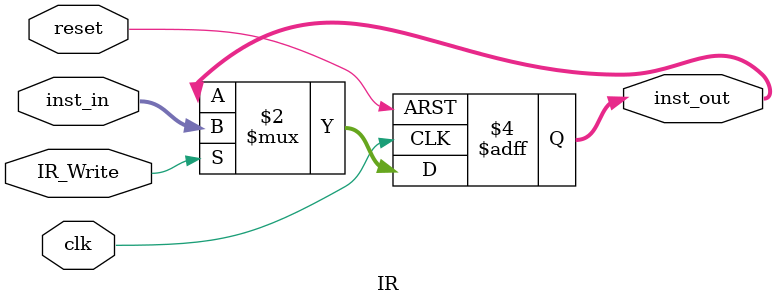
<source format=v>
`timescale 1ns / 1ps


module IR(
    input  wire        clk,        
    input  wire        reset,       
    input  wire        IR_Write,   
    input  wire [31:0] inst_in,     
    output reg  [31:0] inst_out     
    );
    always @(posedge clk or posedge reset) begin
        if (reset) begin
            inst_out <= 32'b0;
        end else if (IR_Write) begin
            inst_out <= inst_in;
        end
    end
endmodule

</source>
